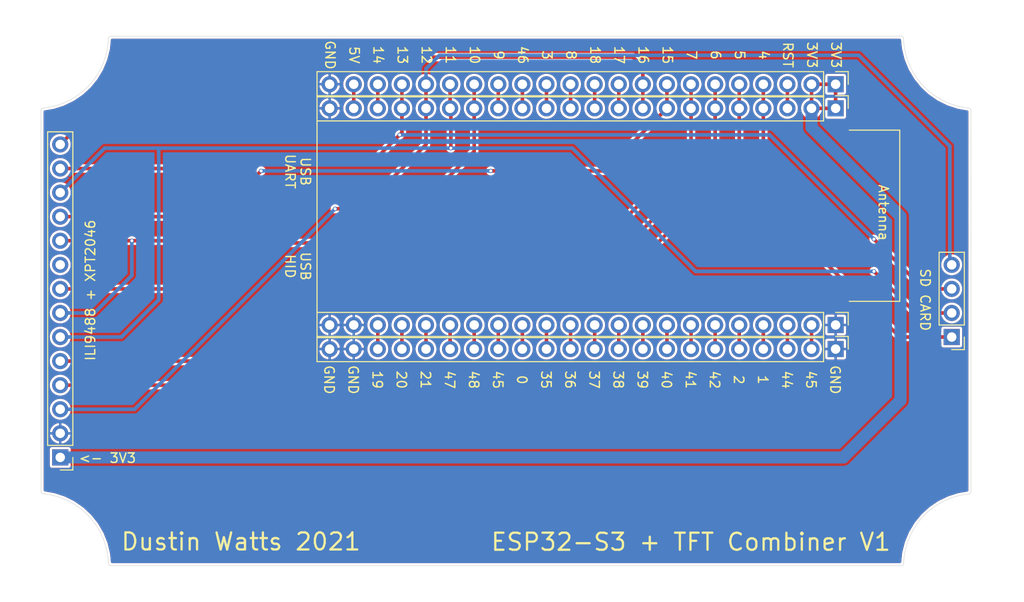
<source format=kicad_pcb>
(kicad_pcb (version 20171130) (host pcbnew "(5.1.6-0)")
  (layers (0 F.Cu signal) (31 B.Cu signal) (34 B.Paste user) (35 F.Paste user) (36 B.SilkS user) (37 F.SilkS user) (38 B.Mask user) (39 F.Mask user) (44 Edge.Cuts user))
  (net 0 "")
  (net 1 GND)
  (net 2 GPIO20)
  (net 3 GPIO21)
  (net 4 GPIO3)
  (net 5 GPIO2)
  (net 6 "Net-(J2-Pad9)")
  (net 7 GPIO14)
  (net 8 GPIO0)
  (net 9 GPIO17)
  (net 10 SCK)
  (net 11 MISO)
  (net 12 MOSI)
  (net 13 SD_SELECT)
  (net 14 TOUCH_IRQ)
  (net 15 TOUCH_SELECT)
  (net 16 TFT_BACKLIGHT)
  (net 17 TFT_DC_RS)
  (net 18 TFT_RESET)
  (net 19 TFT_SELECT)
  (net 20 +3V3)
  (net 21 +5V)
  (net 22 GPIO9)
  (net 23 GPIO46)
  (net 24 GPIO8)
  (net 25 GPIO18)
  (net 26 RST)
  (net 27 GPIO19)
  (net 28 GPIO47)
  (net 29 GPIO43)
  (net 30 GPIO45)
  (net 31 GPIO35)
  (net 32 GPIO36)
  (net 33 GPIO37)
  (net 34 GPIO38)
  (net 35 GPIO39)
  (net 36 GPIO40)
  (net 37 GPIO41)
  (net 38 GPIO42)
  (net 39 GPIO1)
  (net 40 GPIO44)
  (net 41 GPIO48)
  (module Connector_PinHeader_2.54mm:PinHeader_1x04_P2.54mm_Vertical (layer F.Cu) (at 177.8 74.93 180)
    (fp_text reference J1 hide)
    (fp_text value Conn_01x04)
    (fp_line (start -1.33 8.95) (end 1.33 8.95) (layer F.SilkS) (width 0.12))
    (fp_line (start -1.33 1.27) (end -1.33 8.95) (layer F.SilkS) (width 0.12))
    (fp_line (start 1.33 1.27) (end 1.33 8.95) (layer F.SilkS) (width 0.12))
    (fp_line (start -1.33 1.27) (end 1.33 1.27) (layer F.SilkS) (width 0.12))
    (fp_line (start -1.33 0) (end -1.33 -1.33) (layer F.SilkS) (width 0.12))
    (fp_line (start -1.33 -1.33) (end 0 -1.33) (layer F.SilkS) (width 0.12))
    (pad 4 thru_hole oval (at 0 7.62 180) (size 1.7 1.7) (drill 1) (layers *.Cu *.Mask) (net 10 SCK))
    (pad 3 thru_hole oval (at 0 5.08 180) (size 1.7 1.7) (drill 1) (layers *.Cu *.Mask) (net 11 MISO))
    (pad 2 thru_hole oval (at 0 2.54 180) (size 1.7 1.7) (drill 1) (layers *.Cu *.Mask) (net 12 MOSI))
    (pad 1 thru_hole rect (at 0 0 180) (size 1.7 1.7) (drill 1) (layers *.Cu *.Mask) (net 13 SD_SELECT))
  )
  (module Connector_PinHeader_2.54mm:PinHeader_1x22_P2.54mm_Vertical (layer F.Cu) (at 165.56 73.66 270)
    (fp_text reference J6 hide)
    (fp_text value Conn_01x22)
    (fp_line (start -1.33 54.67) (end 1.33 54.67) (layer F.SilkS) (width 0.12))
    (fp_line (start -1.33 1.27) (end -1.33 54.67) (layer F.SilkS) (width 0.12))
    (fp_line (start 1.33 1.27) (end 1.33 54.67) (layer F.SilkS) (width 0.12))
    (fp_line (start -1.33 1.27) (end 1.33 1.27) (layer F.SilkS) (width 0.12))
    (fp_line (start -1.33 0) (end -1.33 -1.33) (layer F.SilkS) (width 0.12))
    (fp_line (start -1.33 -1.33) (end 0 -1.33) (layer F.SilkS) (width 0.12))
    (pad 22 thru_hole oval (at 0 53.34 270) (size 1.7 1.7) (drill 1) (layers *.Cu *.Mask) (net 1 GND))
    (pad 21 thru_hole oval (at 0 50.8 270) (size 1.7 1.7) (drill 1) (layers *.Cu *.Mask) (net 1 GND))
    (pad 20 thru_hole oval (at 0 48.26 270) (size 1.7 1.7) (drill 1) (layers *.Cu *.Mask) (net 27 GPIO19))
    (pad 19 thru_hole oval (at 0 45.72 270) (size 1.7 1.7) (drill 1) (layers *.Cu *.Mask) (net 2 GPIO20))
    (pad 18 thru_hole oval (at 0 43.18 270) (size 1.7 1.7) (drill 1) (layers *.Cu *.Mask) (net 3 GPIO21))
    (pad 17 thru_hole oval (at 0 40.64 270) (size 1.7 1.7) (drill 1) (layers *.Cu *.Mask) (net 28 GPIO47))
    (pad 16 thru_hole oval (at 0 38.1 270) (size 1.7 1.7) (drill 1) (layers *.Cu *.Mask) (net 41 GPIO48))
    (pad 15 thru_hole oval (at 0 35.56 270) (size 1.7 1.7) (drill 1) (layers *.Cu *.Mask) (net 30 GPIO45))
    (pad 14 thru_hole oval (at 0 33.02 270) (size 1.7 1.7) (drill 1) (layers *.Cu *.Mask) (net 8 GPIO0))
    (pad 13 thru_hole oval (at 0 30.48 270) (size 1.7 1.7) (drill 1) (layers *.Cu *.Mask) (net 31 GPIO35))
    (pad 12 thru_hole oval (at 0 27.94 270) (size 1.7 1.7) (drill 1) (layers *.Cu *.Mask) (net 32 GPIO36))
    (pad 11 thru_hole oval (at 0 25.4 270) (size 1.7 1.7) (drill 1) (layers *.Cu *.Mask) (net 33 GPIO37))
    (pad 10 thru_hole oval (at 0 22.86 270) (size 1.7 1.7) (drill 1) (layers *.Cu *.Mask) (net 34 GPIO38))
    (pad 9 thru_hole oval (at 0 20.32 270) (size 1.7 1.7) (drill 1) (layers *.Cu *.Mask) (net 35 GPIO39))
    (pad 8 thru_hole oval (at 0 17.78 270) (size 1.7 1.7) (drill 1) (layers *.Cu *.Mask) (net 36 GPIO40))
    (pad 7 thru_hole oval (at 0 15.24 270) (size 1.7 1.7) (drill 1) (layers *.Cu *.Mask) (net 37 GPIO41))
    (pad 6 thru_hole oval (at 0 12.7 270) (size 1.7 1.7) (drill 1) (layers *.Cu *.Mask) (net 38 GPIO42))
    (pad 5 thru_hole oval (at 0 10.16 270) (size 1.7 1.7) (drill 1) (layers *.Cu *.Mask) (net 5 GPIO2))
    (pad 4 thru_hole oval (at 0 7.62 270) (size 1.7 1.7) (drill 1) (layers *.Cu *.Mask) (net 39 GPIO1))
    (pad 3 thru_hole oval (at 0 5.08 270) (size 1.7 1.7) (drill 1) (layers *.Cu *.Mask) (net 40 GPIO44))
    (pad 2 thru_hole oval (at 0 2.54 270) (size 1.7 1.7) (drill 1) (layers *.Cu *.Mask) (net 29 GPIO43))
    (pad 1 thru_hole rect (at 0 0 270) (size 1.7 1.7) (drill 1) (layers *.Cu *.Mask) (net 1 GND))
  )
  (module Connector_PinHeader_2.54mm:PinHeader_1x22_P2.54mm_Vertical (layer F.Cu) (at 165.56 48.26 270)
    (fp_text reference J5 hide)
    (fp_text value Conn_01x22)
    (fp_line (start -1.33 54.67) (end 1.33 54.67) (layer F.SilkS) (width 0.12))
    (fp_line (start -1.33 1.27) (end -1.33 54.67) (layer F.SilkS) (width 0.12))
    (fp_line (start 1.33 1.27) (end 1.33 54.67) (layer F.SilkS) (width 0.12))
    (fp_line (start -1.33 1.27) (end 1.33 1.27) (layer F.SilkS) (width 0.12))
    (fp_line (start -1.33 0) (end -1.33 -1.33) (layer F.SilkS) (width 0.12))
    (fp_line (start -1.33 -1.33) (end 0 -1.33) (layer F.SilkS) (width 0.12))
    (pad 22 thru_hole oval (at 0 53.34 270) (size 1.7 1.7) (drill 1) (layers *.Cu *.Mask) (net 1 GND))
    (pad 21 thru_hole oval (at 0 50.8 270) (size 1.7 1.7) (drill 1) (layers *.Cu *.Mask) (net 21 +5V))
    (pad 20 thru_hole oval (at 0 48.26 270) (size 1.7 1.7) (drill 1) (layers *.Cu *.Mask) (net 7 GPIO14))
    (pad 19 thru_hole oval (at 0 45.72 270) (size 1.7 1.7) (drill 1) (layers *.Cu *.Mask) (net 11 MISO))
    (pad 18 thru_hole oval (at 0 43.18 270) (size 1.7 1.7) (drill 1) (layers *.Cu *.Mask) (net 10 SCK))
    (pad 17 thru_hole oval (at 0 40.64 270) (size 1.7 1.7) (drill 1) (layers *.Cu *.Mask) (net 12 MOSI))
    (pad 16 thru_hole oval (at 0 38.1 270) (size 1.7 1.7) (drill 1) (layers *.Cu *.Mask) (net 19 TFT_SELECT))
    (pad 15 thru_hole oval (at 0 35.56 270) (size 1.7 1.7) (drill 1) (layers *.Cu *.Mask) (net 22 GPIO9))
    (pad 14 thru_hole oval (at 0 33.02 270) (size 1.7 1.7) (drill 1) (layers *.Cu *.Mask) (net 23 GPIO46))
    (pad 13 thru_hole oval (at 0 30.48 270) (size 1.7 1.7) (drill 1) (layers *.Cu *.Mask) (net 4 GPIO3))
    (pad 12 thru_hole oval (at 0 27.94 270) (size 1.7 1.7) (drill 1) (layers *.Cu *.Mask) (net 24 GPIO8))
    (pad 11 thru_hole oval (at 0 25.4 270) (size 1.7 1.7) (drill 1) (layers *.Cu *.Mask) (net 25 GPIO18))
    (pad 10 thru_hole oval (at 0 22.86 270) (size 1.7 1.7) (drill 1) (layers *.Cu *.Mask) (net 9 GPIO17))
    (pad 9 thru_hole oval (at 0 20.32 270) (size 1.7 1.7) (drill 1) (layers *.Cu *.Mask) (net 14 TOUCH_IRQ))
    (pad 8 thru_hole oval (at 0 17.78 270) (size 1.7 1.7) (drill 1) (layers *.Cu *.Mask) (net 15 TOUCH_SELECT))
    (pad 7 thru_hole oval (at 0 15.24 270) (size 1.7 1.7) (drill 1) (layers *.Cu *.Mask) (net 16 TFT_BACKLIGHT))
    (pad 6 thru_hole oval (at 0 12.7 270) (size 1.7 1.7) (drill 1) (layers *.Cu *.Mask) (net 17 TFT_DC_RS))
    (pad 5 thru_hole oval (at 0 10.16 270) (size 1.7 1.7) (drill 1) (layers *.Cu *.Mask) (net 18 TFT_RESET))
    (pad 4 thru_hole oval (at 0 7.62 270) (size 1.7 1.7) (drill 1) (layers *.Cu *.Mask) (net 13 SD_SELECT))
    (pad 3 thru_hole oval (at 0 5.08 270) (size 1.7 1.7) (drill 1) (layers *.Cu *.Mask) (net 26 RST))
    (pad 2 thru_hole oval (at 0 2.54 270) (size 1.7 1.7) (drill 1) (layers *.Cu *.Mask) (net 20 +3V3))
    (pad 1 thru_hole rect (at 0 0 270) (size 1.7 1.7) (drill 1) (layers *.Cu *.Mask) (net 20 +3V3))
  )
  (module Connector_PinHeader_2.54mm:PinHeader_1x22_P2.54mm_Vertical (layer F.Cu) (at 165.56 76.2 270)
    (fp_text reference J4 hide)
    (fp_text value Conn_01x22)
    (fp_line (start -1.33 54.67) (end 1.33 54.67) (layer F.SilkS) (width 0.12))
    (fp_line (start -1.33 1.27) (end -1.33 54.67) (layer F.SilkS) (width 0.12))
    (fp_line (start 1.33 1.27) (end 1.33 54.67) (layer F.SilkS) (width 0.12))
    (fp_line (start -1.33 1.27) (end 1.33 1.27) (layer F.SilkS) (width 0.12))
    (fp_line (start -1.33 0) (end -1.33 -1.33) (layer F.SilkS) (width 0.12))
    (fp_line (start -1.33 -1.33) (end 0 -1.33) (layer F.SilkS) (width 0.12))
    (pad 22 thru_hole oval (at 0 53.34 270) (size 1.7 1.7) (drill 1) (layers *.Cu *.Mask) (net 1 GND))
    (pad 21 thru_hole oval (at 0 50.8 270) (size 1.7 1.7) (drill 1) (layers *.Cu *.Mask) (net 1 GND))
    (pad 20 thru_hole oval (at 0 48.26 270) (size 1.7 1.7) (drill 1) (layers *.Cu *.Mask) (net 27 GPIO19))
    (pad 19 thru_hole oval (at 0 45.72 270) (size 1.7 1.7) (drill 1) (layers *.Cu *.Mask) (net 2 GPIO20))
    (pad 18 thru_hole oval (at 0 43.18 270) (size 1.7 1.7) (drill 1) (layers *.Cu *.Mask) (net 3 GPIO21))
    (pad 17 thru_hole oval (at 0 40.64 270) (size 1.7 1.7) (drill 1) (layers *.Cu *.Mask) (net 28 GPIO47))
    (pad 16 thru_hole oval (at 0 38.1 270) (size 1.7 1.7) (drill 1) (layers *.Cu *.Mask) (net 41 GPIO48))
    (pad 15 thru_hole oval (at 0 35.56 270) (size 1.7 1.7) (drill 1) (layers *.Cu *.Mask) (net 30 GPIO45))
    (pad 14 thru_hole oval (at 0 33.02 270) (size 1.7 1.7) (drill 1) (layers *.Cu *.Mask) (net 8 GPIO0))
    (pad 13 thru_hole oval (at 0 30.48 270) (size 1.7 1.7) (drill 1) (layers *.Cu *.Mask) (net 31 GPIO35))
    (pad 12 thru_hole oval (at 0 27.94 270) (size 1.7 1.7) (drill 1) (layers *.Cu *.Mask) (net 32 GPIO36))
    (pad 11 thru_hole oval (at 0 25.4 270) (size 1.7 1.7) (drill 1) (layers *.Cu *.Mask) (net 33 GPIO37))
    (pad 10 thru_hole oval (at 0 22.86 270) (size 1.7 1.7) (drill 1) (layers *.Cu *.Mask) (net 34 GPIO38))
    (pad 9 thru_hole oval (at 0 20.32 270) (size 1.7 1.7) (drill 1) (layers *.Cu *.Mask) (net 35 GPIO39))
    (pad 8 thru_hole oval (at 0 17.78 270) (size 1.7 1.7) (drill 1) (layers *.Cu *.Mask) (net 36 GPIO40))
    (pad 7 thru_hole oval (at 0 15.24 270) (size 1.7 1.7) (drill 1) (layers *.Cu *.Mask) (net 37 GPIO41))
    (pad 6 thru_hole oval (at 0 12.7 270) (size 1.7 1.7) (drill 1) (layers *.Cu *.Mask) (net 38 GPIO42))
    (pad 5 thru_hole oval (at 0 10.16 270) (size 1.7 1.7) (drill 1) (layers *.Cu *.Mask) (net 5 GPIO2))
    (pad 4 thru_hole oval (at 0 7.62 270) (size 1.7 1.7) (drill 1) (layers *.Cu *.Mask) (net 39 GPIO1))
    (pad 3 thru_hole oval (at 0 5.08 270) (size 1.7 1.7) (drill 1) (layers *.Cu *.Mask) (net 40 GPIO44))
    (pad 2 thru_hole oval (at 0 2.54 270) (size 1.7 1.7) (drill 1) (layers *.Cu *.Mask) (net 29 GPIO43))
    (pad 1 thru_hole rect (at 0 0 270) (size 1.7 1.7) (drill 1) (layers *.Cu *.Mask) (net 1 GND))
  )
  (module Connector_PinHeader_2.54mm:PinHeader_1x22_P2.54mm_Vertical (layer F.Cu) (at 165.56 50.8 270)
    (fp_text reference J3 hide)
    (fp_text value Conn_01x22)
    (fp_line (start -1.33 54.67) (end 1.33 54.67) (layer F.SilkS) (width 0.12))
    (fp_line (start -1.33 1.27) (end -1.33 54.67) (layer F.SilkS) (width 0.12))
    (fp_line (start 1.33 1.27) (end 1.33 54.67) (layer F.SilkS) (width 0.12))
    (fp_line (start -1.33 1.27) (end 1.33 1.27) (layer F.SilkS) (width 0.12))
    (fp_line (start -1.33 0) (end -1.33 -1.33) (layer F.SilkS) (width 0.12))
    (fp_line (start -1.33 -1.33) (end 0 -1.33) (layer F.SilkS) (width 0.12))
    (pad 22 thru_hole oval (at 0 53.34 270) (size 1.7 1.7) (drill 1) (layers *.Cu *.Mask) (net 1 GND))
    (pad 21 thru_hole oval (at 0 50.8 270) (size 1.7 1.7) (drill 1) (layers *.Cu *.Mask) (net 21 +5V))
    (pad 20 thru_hole oval (at 0 48.26 270) (size 1.7 1.7) (drill 1) (layers *.Cu *.Mask) (net 7 GPIO14))
    (pad 19 thru_hole oval (at 0 45.72 270) (size 1.7 1.7) (drill 1) (layers *.Cu *.Mask) (net 11 MISO))
    (pad 18 thru_hole oval (at 0 43.18 270) (size 1.7 1.7) (drill 1) (layers *.Cu *.Mask) (net 10 SCK))
    (pad 17 thru_hole oval (at 0 40.64 270) (size 1.7 1.7) (drill 1) (layers *.Cu *.Mask) (net 12 MOSI))
    (pad 16 thru_hole oval (at 0 38.1 270) (size 1.7 1.7) (drill 1) (layers *.Cu *.Mask) (net 19 TFT_SELECT))
    (pad 15 thru_hole oval (at 0 35.56 270) (size 1.7 1.7) (drill 1) (layers *.Cu *.Mask) (net 22 GPIO9))
    (pad 14 thru_hole oval (at 0 33.02 270) (size 1.7 1.7) (drill 1) (layers *.Cu *.Mask) (net 23 GPIO46))
    (pad 13 thru_hole oval (at 0 30.48 270) (size 1.7 1.7) (drill 1) (layers *.Cu *.Mask) (net 4 GPIO3))
    (pad 12 thru_hole oval (at 0 27.94 270) (size 1.7 1.7) (drill 1) (layers *.Cu *.Mask) (net 24 GPIO8))
    (pad 11 thru_hole oval (at 0 25.4 270) (size 1.7 1.7) (drill 1) (layers *.Cu *.Mask) (net 25 GPIO18))
    (pad 10 thru_hole oval (at 0 22.86 270) (size 1.7 1.7) (drill 1) (layers *.Cu *.Mask) (net 9 GPIO17))
    (pad 9 thru_hole oval (at 0 20.32 270) (size 1.7 1.7) (drill 1) (layers *.Cu *.Mask) (net 14 TOUCH_IRQ))
    (pad 8 thru_hole oval (at 0 17.78 270) (size 1.7 1.7) (drill 1) (layers *.Cu *.Mask) (net 15 TOUCH_SELECT))
    (pad 7 thru_hole oval (at 0 15.24 270) (size 1.7 1.7) (drill 1) (layers *.Cu *.Mask) (net 16 TFT_BACKLIGHT))
    (pad 6 thru_hole oval (at 0 12.7 270) (size 1.7 1.7) (drill 1) (layers *.Cu *.Mask) (net 17 TFT_DC_RS))
    (pad 5 thru_hole oval (at 0 10.16 270) (size 1.7 1.7) (drill 1) (layers *.Cu *.Mask) (net 18 TFT_RESET))
    (pad 4 thru_hole oval (at 0 7.62 270) (size 1.7 1.7) (drill 1) (layers *.Cu *.Mask) (net 13 SD_SELECT))
    (pad 3 thru_hole oval (at 0 5.08 270) (size 1.7 1.7) (drill 1) (layers *.Cu *.Mask) (net 26 RST))
    (pad 2 thru_hole oval (at 0 2.54 270) (size 1.7 1.7) (drill 1) (layers *.Cu *.Mask) (net 20 +3V3))
    (pad 1 thru_hole rect (at 0 0 270) (size 1.7 1.7) (drill 1) (layers *.Cu *.Mask) (net 20 +3V3))
  )
  (module Connector_PinHeader_2.54mm:PinHeader_1x14_P2.54mm_Vertical (layer F.Cu) (at 83.82 87.63 180)
    (fp_text reference J2 hide)
    (fp_text value Conn_01x14)
    (fp_line (start -1.33 34.35) (end 1.33 34.35) (layer F.SilkS) (width 0.12))
    (fp_line (start -1.33 1.27) (end -1.33 34.35) (layer F.SilkS) (width 0.12))
    (fp_line (start 1.33 1.27) (end 1.33 34.35) (layer F.SilkS) (width 0.12))
    (fp_line (start -1.33 1.27) (end 1.33 1.27) (layer F.SilkS) (width 0.12))
    (fp_line (start -1.33 0) (end -1.33 -1.33) (layer F.SilkS) (width 0.12))
    (fp_line (start -1.33 -1.33) (end 0 -1.33) (layer F.SilkS) (width 0.12))
    (pad 14 thru_hole oval (at 0 33.02 180) (size 1.7 1.7) (drill 1) (layers *.Cu *.Mask) (net 14 TOUCH_IRQ))
    (pad 13 thru_hole oval (at 0 30.48 180) (size 1.7 1.7) (drill 1) (layers *.Cu *.Mask) (net 11 MISO))
    (pad 12 thru_hole oval (at 0 27.94 180) (size 1.7 1.7) (drill 1) (layers *.Cu *.Mask) (net 12 MOSI))
    (pad 11 thru_hole oval (at 0 25.4 180) (size 1.7 1.7) (drill 1) (layers *.Cu *.Mask) (net 15 TOUCH_SELECT))
    (pad 10 thru_hole oval (at 0 22.86 180) (size 1.7 1.7) (drill 1) (layers *.Cu *.Mask) (net 10 SCK))
    (pad 9 thru_hole oval (at 0 20.32 180) (size 1.7 1.7) (drill 1) (layers *.Cu *.Mask) (net 6 "Net-(J2-Pad9)"))
    (pad 8 thru_hole oval (at 0 17.78 180) (size 1.7 1.7) (drill 1) (layers *.Cu *.Mask) (net 16 TFT_BACKLIGHT))
    (pad 7 thru_hole oval (at 0 15.24 180) (size 1.7 1.7) (drill 1) (layers *.Cu *.Mask) (net 10 SCK))
    (pad 6 thru_hole oval (at 0 12.7 180) (size 1.7 1.7) (drill 1) (layers *.Cu *.Mask) (net 12 MOSI))
    (pad 5 thru_hole oval (at 0 10.16 180) (size 1.7 1.7) (drill 1) (layers *.Cu *.Mask) (net 17 TFT_DC_RS))
    (pad 4 thru_hole oval (at 0 7.62 180) (size 1.7 1.7) (drill 1) (layers *.Cu *.Mask) (net 18 TFT_RESET))
    (pad 3 thru_hole oval (at 0 5.08 180) (size 1.7 1.7) (drill 1) (layers *.Cu *.Mask) (net 19 TFT_SELECT))
    (pad 2 thru_hole oval (at 0 2.54 180) (size 1.7 1.7) (drill 1) (layers *.Cu *.Mask) (net 1 GND))
    (pad 1 thru_hole rect (at 0 0 180) (size 1.7 1.7) (drill 1) (layers *.Cu *.Mask) (net 20 +3V3))
  )
  (gr_text 37 (at 140.11 79.436 270) (layer F.SilkS) (effects (font (size 1 1))))
  (gr_text GND (at 114.71 79.436 270) (layer F.SilkS) (effects (font (size 1 1))))
  (gr_text "44\n" (at 160.43 79.436 270) (layer F.SilkS) (effects (font (size 1 1))))
  (gr_text "45\n" (at 162.97 79.436 270) (layer F.SilkS) (effects (font (size 1 1))))
  (gr_text 1 (at 157.89 79.436 270) (layer F.SilkS) (effects (font (size 1 1))))
  (gr_text 42 (at 152.81 79.436 270) (layer F.SilkS) (effects (font (size 1 1))))
  (gr_text "47\n" (at 124.87 79.436 270) (layer F.SilkS) (effects (font (size 1 1))))
  (gr_text 35 (at 135.03 79.436 270) (layer F.SilkS) (effects (font (size 1 1))))
  (gr_text 20 (at 119.79 79.436 270) (layer F.SilkS) (effects (font (size 1 1))))
  (gr_text GND (at 165.51 79.436 270) (layer F.SilkS) (effects (font (size 1 1))))
  (gr_text 38 (at 142.65 79.436 270) (layer F.SilkS) (effects (font (size 1 1))))
  (gr_text "2\n" (at 155.35 79.436 270) (layer F.SilkS) (effects (font (size 1 1))))
  (gr_text 19 (at 117.25 79.436 270) (layer F.SilkS) (effects (font (size 1 1))))
  (gr_text 36 (at 137.57 79.436 270) (layer F.SilkS) (effects (font (size 1 1))))
  (gr_text 48 (at 127.41 79.436 270) (layer F.SilkS) (effects (font (size 1 1))))
  (gr_text 0 (at 132.49 79.436 270) (layer F.SilkS) (effects (font (size 1 1))))
  (gr_text 40 (at 147.73 79.436 270) (layer F.SilkS) (effects (font (size 1 1))))
  (gr_text 45 (at 129.95 79.436 270) (layer F.SilkS) (effects (font (size 1 1))))
  (gr_text GND (at 112.17 79.436 270) (layer F.SilkS) (effects (font (size 1 1))))
  (gr_text 41 (at 150.27 79.436 270) (layer F.SilkS) (effects (font (size 1 1))))
  (gr_text 39 (at 145.19 79.436 270) (layer F.SilkS) (effects (font (size 1 1))))
  (gr_text 21 (at 122.33 79.436 270) (layer F.SilkS) (effects (font (size 1 1))))
  (gr_text GND (at 112.27 45.172 270) (layer F.SilkS) (effects (font (size 1 1))))
  (gr_text 5V (at 114.81 45.172 270) (layer F.SilkS) (effects (font (size 1 1))))
  (gr_text 14 (at 117.35 45.172 270) (layer F.SilkS) (effects (font (size 1 1))))
  (gr_text 13 (at 119.89 45.172 270) (layer F.SilkS) (effects (font (size 1 1))))
  (gr_text 12 (at 122.43 45.172 270) (layer F.SilkS) (effects (font (size 1 1))))
  (gr_text 11 (at 124.97 45.172 270) (layer F.SilkS) (effects (font (size 1 1))))
  (gr_text 10 (at 127.51 45.172 270) (layer F.SilkS) (effects (font (size 1 1))))
  (gr_text 9 (at 130.05 45.172 270) (layer F.SilkS) (effects (font (size 1 1))))
  (gr_text 46 (at 132.59 45.172 270) (layer F.SilkS) (effects (font (size 1 1))))
  (gr_text 3 (at 135.13 45.172 270) (layer F.SilkS) (effects (font (size 1 1))))
  (gr_text 8 (at 137.67 45.172 270) (layer F.SilkS) (effects (font (size 1 1))))
  (gr_text 18 (at 140.21 45.172 270) (layer F.SilkS) (effects (font (size 1 1))))
  (gr_text 17 (at 142.75 45.172 270) (layer F.SilkS) (effects (font (size 1 1))))
  (gr_text 16 (at 145.29 45.172 270) (layer F.SilkS) (effects (font (size 1 1))))
  (gr_text 15 (at 147.83 45.172 270) (layer F.SilkS) (effects (font (size 1 1))))
  (gr_text 7 (at 150.37 45.172 270) (layer F.SilkS) (effects (font (size 1 1))))
  (gr_text 6 (at 152.91 45.172 270) (layer F.SilkS) (effects (font (size 1 1))))
  (gr_text 5 (at 155.45 45.172 270) (layer F.SilkS) (effects (font (size 1 1))))
  (gr_text 4 (at 157.99 45.172 270) (layer F.SilkS) (effects (font (size 1 1))))
  (gr_text RST (at 160.53 45.172 270) (layer F.SilkS) (effects (font (size 1 1))))
  (gr_text 3V3 (at 163.07 45.172 270) (layer F.SilkS) (effects (font (size 1 1))))
  (gr_text 3V3 (at 165.61 45.172 270) (layer F.SilkS) (effects (font (size 1 1))))
  (gr_text Antenna (at 170.6 61.8 270) (layer F.SilkS) (effects (font (size 1 1))))
  (gr_line (start 172.3 53.1) (end 167 53.1) (layer F.SilkS) (width 0.12))
  (gr_line (start 172.32 71.16) (end 172.32 53.1) (layer F.SilkS) (width 0.12))
  (gr_line (start 167 71.16) (end 172.32 71.16) (layer F.SilkS) (width 0.12))
  (gr_line (start 110.89 72.33) (end 110.89 52.13) (layer F.SilkS) (width 0.12))
  (gr_text "ILI9488 + XPT2046" (at 87 70 90) (layer F.SilkS) (effects (font (size 1 1))))
  (gr_text "SD CARD" (at 175 71 270) (layer F.SilkS) (effects (font (size 1 1))))
  (gr_text "USB\nUART" (at 108.86 57.46 270) (layer F.SilkS) (effects (font (size 1 1))))
  (gr_text "USB\nHID" (at 108.86 67.46 270) (layer F.SilkS) (effects (font (size 1 1))))
  (gr_text "<- 3V3" (at 88.8 87.7) (layer F.SilkS) (effects (font (size 1 1))))
  (gr_arc (start 81.9658 50.9524) (end 81.940401 50.774601) (angle -81.86989765) (layer Edge.Cuts) (width 0.05))
  (gr_line (start 81.800733 91.221232) (end 81.786196 50.952399) (layer Edge.Cuts) (width 0.05))
  (gr_arc (start 82.054733 91.221232) (end 81.800733 91.221232) (angle -90) (layer Edge.Cuts) (width 0.05))
  (gr_arc (start 172.48378 98.806) (end 172.48378 99.06) (angle -88.281642) (layer Edge.Cuts) (width 0.05))
  (gr_arc (start 179.578 91.2368) (end 179.578 91.4908) (angle -95.71059314) (layer Edge.Cuts) (width 0.05))
  (gr_arc (start 179.581244 51.021596) (end 179.835244 51.021596) (angle -85.040996) (layer Edge.Cuts) (width 0.05))
  (gr_arc (start 172.466 43.434) (end 172.72 43.434) (angle -90) (layer Edge.Cuts) (width 0.05))
  (gr_arc (start 89.154 43.434) (end 89.154 43.18) (angle -90) (layer Edge.Cuts) (width 0.05))
  (gr_arc (start 89.154 98.806) (end 88.9 98.806) (angle -90) (layer Edge.Cuts) (width 0.05))
  (gr_arc (start 180.34 43.18) (end 172.72 43.434) (angle -82.54517972) (layer Edge.Cuts) (width 0.05))
  (gr_arc (start 180.34 99.06) (end 179.578 91.4908) (angle -82.39509523) (layer Edge.Cuts) (width 0.05))
  (gr_arc (start 81.28 99.06) (end 88.9 98.806) (angle -82.25869597) (layer Edge.Cuts) (width 0.05))
  (gr_arc (start 81.28 43.18) (end 81.9404 50.7746) (angle -83.12110433) (layer Edge.Cuts) (width 0.05))
  (gr_text "Dustin Watts 2021" (at 102.87 96.52) (layer F.SilkS) (effects (font (size 1.8 1.8) (thickness 0.24))))
  (gr_text "ESP32-S3 + TFT Combiner V1" (at 150.3 96.55) (layer F.SilkS) (effects (font (size 1.8 1.8) (thickness 0.24))))
  (gr_line (start 172.466 43.18) (end 89.154 43.18) (layer Edge.Cuts) (width 0.05))
  (gr_line (start 179.830739 91.211526) (end 179.835244 51.021596) (layer Edge.Cuts) (width 0.05))
  (gr_line (start 89.154 99.06) (end 172.48378 99.06) (layer Edge.Cuts) (width 0.05))
  (segment (start 119.84 76.2) (end 119.84 73.66) (width 0.381) (layer F.Cu) (net 2))
  (segment (start 122.38 76.2) (end 122.38 73.66) (width 0.381) (layer F.Cu) (net 3))
  (segment (start 135.08 48.26) (end 135.08 50.8) (width 0.381) (layer F.Cu) (net 4))
  (segment (start 155.4 76.2) (end 155.4 73.66) (width 0.381) (layer F.Cu) (net 5))
  (segment (start 117.3 50.8) (end 117.3 48.26) (width 0.381) (layer F.Cu) (net 7))
  (segment (start 132.54 76.2) (end 132.54 73.66) (width 0.381) (layer F.Cu) (net 8))
  (segment (start 142.7 50.8) (end 142.7 48.26) (width 0.381) (layer F.Cu) (net 9))
  (segment (start 122.38 50.8) (end 122.38 48.26) (width 0.381) (layer F.Cu) (net 10))
  (segment (start 122.38 46.62) (end 122.38 48.26) (width 0.381) (layer B.Cu) (net 10))
  (segment (start 123.8 45.2) (end 122.38 46.62) (width 0.381) (layer B.Cu) (net 10))
  (segment (start 177.6 54.8) (end 168 45.2) (width 0.381) (layer B.Cu) (net 10))
  (segment (start 168 45.2) (end 123.8 45.2) (width 0.381) (layer B.Cu) (net 10))
  (segment (start 177.6 67.22) (end 177.6 54.8) (width 0.381) (layer B.Cu) (net 10))
  (segment (start 177.69 67.31) (end 177.6 67.22) (width 0.381) (layer B.Cu) (net 10))
  (segment (start 177.8 67.31) (end 177.69 67.31) (width 0.381) (layer B.Cu) (net 10))
  (segment (start 122.38 54.62) (end 122.38 50.8) (width 0.381) (layer F.Cu) (net 10))
  (segment (start 118.2 58.8) (end 122.38 54.62) (width 0.381) (layer F.Cu) (net 10))
  (segment (start 108.2 58.8) (end 118.2 58.8) (width 0.381) (layer F.Cu) (net 10))
  (segment (start 102.23 64.77) (end 108.2 58.8) (width 0.381) (layer F.Cu) (net 10))
  (segment (start 83.82 72.39) (end 87.41 72.39) (width 0.381) (layer B.Cu) (net 10))
  (via (at 91.37 64.77) (size 0.45) (drill 0.3) (layers F.Cu B.Cu) (net 10))
  (segment (start 87.41 72.39) (end 91.37 68.43) (width 0.381) (layer B.Cu) (net 10))
  (segment (start 91.37 64.77) (end 102.23 64.77) (width 0.381) (layer F.Cu) (net 10))
  (segment (start 91.37 68.43) (end 91.37 64.77) (width 0.381) (layer B.Cu) (net 10))
  (segment (start 83.82 64.77) (end 91.37 64.77) (width 0.381) (layer F.Cu) (net 10))
  (segment (start 119.84 48.26) (end 119.84 50.8) (width 0.381) (layer F.Cu) (net 11))
  (segment (start 177.8 69.85) (end 177.75 69.9) (width 0.381) (layer F.Cu) (net 11))
  (segment (start 117.2 56) (end 119.84 53.36) (width 0.381) (layer F.Cu) (net 11))
  (segment (start 119.84 53.36) (end 119.84 50.8) (width 0.381) (layer F.Cu) (net 11))
  (segment (start 104 56) (end 117.2 56) (width 0.381) (layer F.Cu) (net 11))
  (segment (start 102.85 57.15) (end 104 56) (width 0.381) (layer F.Cu) (net 11))
  (segment (start 83.82 57.15) (end 102.85 57.15) (width 0.381) (layer F.Cu) (net 11))
  (segment (start 174.85 69.85) (end 169.6 64.6) (width 0.381) (layer F.Cu) (net 11))
  (via (at 169.6 64.6) (size 0.45) (drill 0.3) (layers F.Cu B.Cu) (net 11))
  (segment (start 177.8 69.85) (end 174.85 69.85) (width 0.381) (layer F.Cu) (net 11))
  (segment (start 158.6 53.6) (end 119.6 53.6) (width 0.381) (layer B.Cu) (net 11))
  (via (at 119.6 53.6) (size 0.45) (drill 0.3) (layers F.Cu B.Cu) (net 11))
  (segment (start 169.6 64.6) (end 158.6 53.6) (width 0.381) (layer B.Cu) (net 11))
  (segment (start 124.92 48.26) (end 124.92 50.8) (width 0.381) (layer F.Cu) (net 12))
  (segment (start 177.8 72.39) (end 173.99 72.39) (width 0.381) (layer F.Cu) (net 12))
  (via (at 169.6 68) (size 0.45) (drill 0.3) (layers F.Cu B.Cu) (net 12))
  (segment (start 173.99 72.39) (end 169.6 68) (width 0.381) (layer F.Cu) (net 12))
  (segment (start 123.6 55) (end 123.6 55) (width 0.381) (layer B.Cu) (net 12))
  (via (at 125.000002 55) (size 0.45) (drill 0.3) (layers F.Cu B.Cu) (net 12))
  (segment (start 83.82 59.69) (end 88.51 55) (width 0.381) (layer B.Cu) (net 12))
  (segment (start 125 54.999998) (end 125.000002 55) (width 0.381) (layer F.Cu) (net 12))
  (segment (start 125 50.88) (end 125 54.999998) (width 0.381) (layer F.Cu) (net 12))
  (segment (start 124.92 50.8) (end 125 50.88) (width 0.381) (layer F.Cu) (net 12))
  (segment (start 169.6 68) (end 150.8 68) (width 0.381) (layer B.Cu) (net 12))
  (segment (start 137.8 55) (end 125.000002 55) (width 0.381) (layer B.Cu) (net 12))
  (segment (start 150.8 68) (end 137.8 55) (width 0.381) (layer B.Cu) (net 12))
  (segment (start 83.82 74.93) (end 90.27 74.93) (width 0.381) (layer B.Cu) (net 12))
  (segment (start 94.2 71) (end 94.2 55) (width 0.381) (layer B.Cu) (net 12))
  (segment (start 90.27 74.93) (end 94.2 71) (width 0.381) (layer B.Cu) (net 12))
  (segment (start 94.2 55) (end 125.000002 55) (width 0.381) (layer B.Cu) (net 12))
  (segment (start 88.51 55) (end 94.2 55) (width 0.381) (layer B.Cu) (net 12))
  (segment (start 157.94 48.26) (end 157.94 50.8) (width 0.381) (layer F.Cu) (net 13))
  (segment (start 157.94 60.54) (end 157.94 50.8) (width 0.381) (layer F.Cu) (net 13))
  (segment (start 172.33 74.93) (end 157.94 60.54) (width 0.381) (layer F.Cu) (net 13))
  (segment (start 177.8 74.93) (end 172.33 74.93) (width 0.381) (layer F.Cu) (net 13))
  (segment (start 145.24 48.26) (end 145.24 50.8) (width 0.381) (layer F.Cu) (net 14))
  (segment (start 145.24 46.44) (end 145.24 48.26) (width 0.381) (layer F.Cu) (net 14))
  (segment (start 110 45.4) (end 144.2 45.4) (width 0.381) (layer F.Cu) (net 14))
  (segment (start 144.2 45.4) (end 145.24 46.44) (width 0.381) (layer F.Cu) (net 14))
  (segment (start 86.03 52.4) (end 103 52.4) (width 0.381) (layer F.Cu) (net 14))
  (segment (start 103 52.4) (end 110 45.4) (width 0.381) (layer F.Cu) (net 14))
  (segment (start 83.82 54.61) (end 86.03 52.4) (width 0.381) (layer F.Cu) (net 14))
  (segment (start 147.78 50.8) (end 147.78 48.26) (width 0.381) (layer F.Cu) (net 15))
  (via (at 105 57.4) (size 0.45) (drill 0.3) (layers F.Cu B.Cu) (net 15))
  (segment (start 100.17 62.23) (end 105 57.4) (width 0.381) (layer F.Cu) (net 15))
  (segment (start 83.82 62.23) (end 100.17 62.23) (width 0.381) (layer F.Cu) (net 15))
  (segment (start 147.78 50.8) (end 141.18 57.4) (width 0.381) (layer F.Cu) (net 15))
  (segment (start 105 57.4) (end 129.2 57.4) (width 0.381) (layer B.Cu) (net 15))
  (segment (start 141.18 57.4) (end 129.2 57.4) (width 0.381) (layer F.Cu) (net 15))
  (via (at 129.2 57.4) (size 0.45) (drill 0.3) (layers F.Cu B.Cu) (net 15))
  (segment (start 150.32 48.26) (end 150.32 50.8) (width 0.381) (layer F.Cu) (net 16))
  (segment (start 150.32 55.48) (end 150.32 50.8) (width 0.381) (layer F.Cu) (net 16))
  (segment (start 140.8 65) (end 150.32 55.48) (width 0.381) (layer F.Cu) (net 16))
  (segment (start 101.95 69.85) (end 106.8 65) (width 0.381) (layer F.Cu) (net 16))
  (segment (start 106.8 65) (end 140.8 65) (width 0.381) (layer F.Cu) (net 16))
  (segment (start 83.82 69.85) (end 101.95 69.85) (width 0.381) (layer F.Cu) (net 16))
  (segment (start 152.86 50.8) (end 152.86 48.26) (width 0.381) (layer F.Cu) (net 17))
  (segment (start 141.2 67.6) (end 152.86 55.94) (width 0.381) (layer F.Cu) (net 17))
  (segment (start 152.86 55.94) (end 152.86 50.8) (width 0.381) (layer F.Cu) (net 17))
  (segment (start 99.13 77.47) (end 109 67.6) (width 0.381) (layer F.Cu) (net 17))
  (segment (start 109 67.6) (end 141.2 67.6) (width 0.381) (layer F.Cu) (net 17))
  (segment (start 83.82 77.47) (end 99.13 77.47) (width 0.381) (layer F.Cu) (net 17))
  (segment (start 155.4 50.8) (end 155.4 48.26) (width 0.381) (layer F.Cu) (net 18))
  (segment (start 155.4 56.4) (end 155.4 50.8) (width 0.381) (layer F.Cu) (net 18))
  (segment (start 145.8 66) (end 155.4 56.4) (width 0.381) (layer F.Cu) (net 18))
  (segment (start 98.79 80.01) (end 98.8 80) (width 0.381) (layer F.Cu) (net 18))
  (segment (start 142 69.8) (end 145.8 66) (width 0.381) (layer F.Cu) (net 18))
  (segment (start 101.2 80) (end 111.4 69.8) (width 0.381) (layer F.Cu) (net 18))
  (segment (start 98.8 80) (end 101.2 80) (width 0.381) (layer F.Cu) (net 18))
  (segment (start 111.4 69.8) (end 142 69.8) (width 0.381) (layer F.Cu) (net 18))
  (segment (start 83.82 80.01) (end 98.79 80.01) (width 0.381) (layer F.Cu) (net 18))
  (segment (start 127.46 50.8) (end 127.46 48.26) (width 0.381) (layer F.Cu) (net 19))
  (segment (start 121.4 61.4) (end 112.8 61.4) (width 0.381) (layer F.Cu) (net 19))
  (segment (start 127.46 55.34) (end 121.4 61.4) (width 0.381) (layer F.Cu) (net 19))
  (via (at 112.8 61.4) (size 0.45) (drill 0.3) (layers F.Cu B.Cu) (net 19))
  (segment (start 127.46 50.8) (end 127.46 55.34) (width 0.381) (layer F.Cu) (net 19))
  (segment (start 83.82 82.55) (end 91.65 82.55) (width 0.381) (layer B.Cu) (net 19))
  (segment (start 91.65 82.55) (end 112.8 61.4) (width 0.381) (layer B.Cu) (net 19))
  (segment (start 163.02 50.8) (end 163.02 48.26) (width 0.381) (layer F.Cu) (net 20))
  (segment (start 163.02 50.8) (end 165.56 50.8) (width 0.381) (layer F.Cu) (net 20))
  (segment (start 165.56 48.26) (end 163.02 48.26) (width 0.381) (layer F.Cu) (net 20))
  (segment (start 165.56 50.8) (end 165.56 48.26) (width 0.381) (layer F.Cu) (net 20))
  (segment (start 163.02 50.8) (end 163.02 52.82) (width 1.27) (layer B.Cu) (net 20))
  (segment (start 163.02 52.82) (end 172.4 62.2) (width 1.27) (layer B.Cu) (net 20))
  (segment (start 172.4 62.2) (end 172.4 81.6) (width 1.27) (layer B.Cu) (net 20))
  (segment (start 166.37 87.63) (end 83.82 87.63) (width 1.27) (layer B.Cu) (net 20))
  (segment (start 172.4 81.6) (end 166.37 87.63) (width 1.27) (layer B.Cu) (net 20))
  (segment (start 114.76 48.26) (end 114.76 50.8) (width 0.381) (layer F.Cu) (net 21))
  (segment (start 130 48.26) (end 130 50.8) (width 0.381) (layer F.Cu) (net 22))
  (segment (start 132.54 50.8) (end 132.54 48.26) (width 0.381) (layer F.Cu) (net 23))
  (segment (start 137.62 50.8) (end 137.62 48.26) (width 0.381) (layer F.Cu) (net 24))
  (segment (start 140.16 48.26) (end 140.16 50.8) (width 0.381) (layer F.Cu) (net 25))
  (segment (start 160.48 50.8) (end 160.48 48.72) (width 0.381) (layer F.Cu) (net 26))
  (segment (start 117.3 76.2) (end 117.3 73.66) (width 0.381) (layer F.Cu) (net 27))
  (segment (start 124.92 76.2) (end 124.92 73.66) (width 0.381) (layer F.Cu) (net 28))
  (segment (start 163.02 73.66) (end 163.02 76.2) (width 0.381) (layer F.Cu) (net 29))
  (segment (start 130 73.66) (end 130 76.2) (width 0.381) (layer F.Cu) (net 30))
  (segment (start 135.08 76.2) (end 135.08 73.66) (width 0.381) (layer F.Cu) (net 31))
  (segment (start 137.62 76.2) (end 137.62 73.66) (width 0.381) (layer F.Cu) (net 32))
  (segment (start 140.16 76.2) (end 140.16 73.66) (width 0.381) (layer F.Cu) (net 33))
  (segment (start 142.7 76.2) (end 142.7 73.66) (width 0.381) (layer F.Cu) (net 34))
  (segment (start 145.24 76.2) (end 145.24 73.66) (width 0.381) (layer F.Cu) (net 35))
  (segment (start 147.78 76.2) (end 147.78 73.66) (width 0.381) (layer F.Cu) (net 36))
  (segment (start 150.32 76.2) (end 150.32 73.66) (width 0.381) (layer F.Cu) (net 37))
  (segment (start 152.86 73.66) (end 152.86 76.2) (width 0.381) (layer F.Cu) (net 38))
  (segment (start 157.94 76.2) (end 157.94 73.66) (width 0.381) (layer F.Cu) (net 39))
  (segment (start 160.48 73.66) (end 160.48 76.2) (width 0.381) (layer F.Cu) (net 40))
  (segment (start 127.46 76.2) (end 127.46 73.66) (width 0.381) (layer F.Cu) (net 41))
  (zone (net 1) (net_name GND) (layer B.Cu) (connect_pads (clearance 0.254)) (min_thickness 0.254) (fill yes (arc_segments 32) (thermal_gap 0.255) (thermal_bridge_width 0.255))
    (polygon (pts (xy 185.42 102.87) (xy 77.47 102.87) (xy 77.47 39.37) (xy 185.42 39.37)))
  )
  (zone (net 1) (net_name GND) (layer F.Cu) (connect_pads (clearance 0.254)) (min_thickness 0.254) (fill yes (arc_segments 32) (thermal_gap 0.255) (thermal_bridge_width 0.255))
    (polygon (pts (xy 182.88 100.33) (xy 78.74 100.33) (xy 78.74 40.64) (xy 182.88 40.64)))
  )
)
</source>
